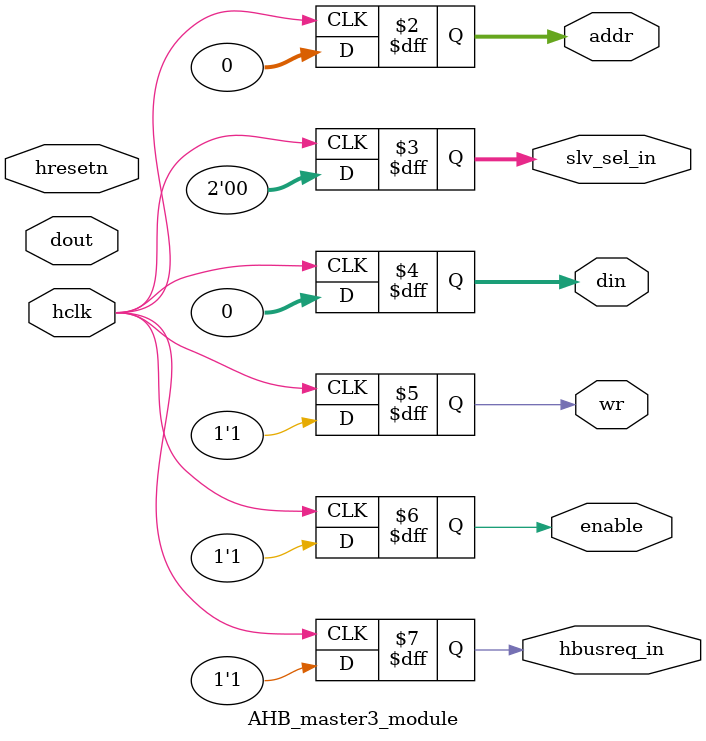
<source format=v>
`timescale 1ns / 1ps


module AHB_master3_module(
    input hclk, //master clock
    input hresetn,  //master reset, active LOW
    input [31:0] dout,  //data out of the master interface to the master

    output reg [31:0] addr, //address from the master module
    output reg [1:0] slv_sel_in, //slave identifier given to the master interface
    output reg [31:0] din,   //data to the master interface from the master
    output reg wr,   //from the master module to the master interface; high -> write transfer, low -> read transfer
    output reg enable,   //enable the master interface. This is sent from the master
    output reg hbusreq_in   //bus request from the master module
    );
    
    always@(posedge hclk) begin
        addr <= 32'b0;
        slv_sel_in <= 2'b00;
        din <= 32'b0;
        wr <= 1'b1;
        enable <= 1'b1;
        hbusreq_in <= 1'b1;
    end
endmodule

</source>
